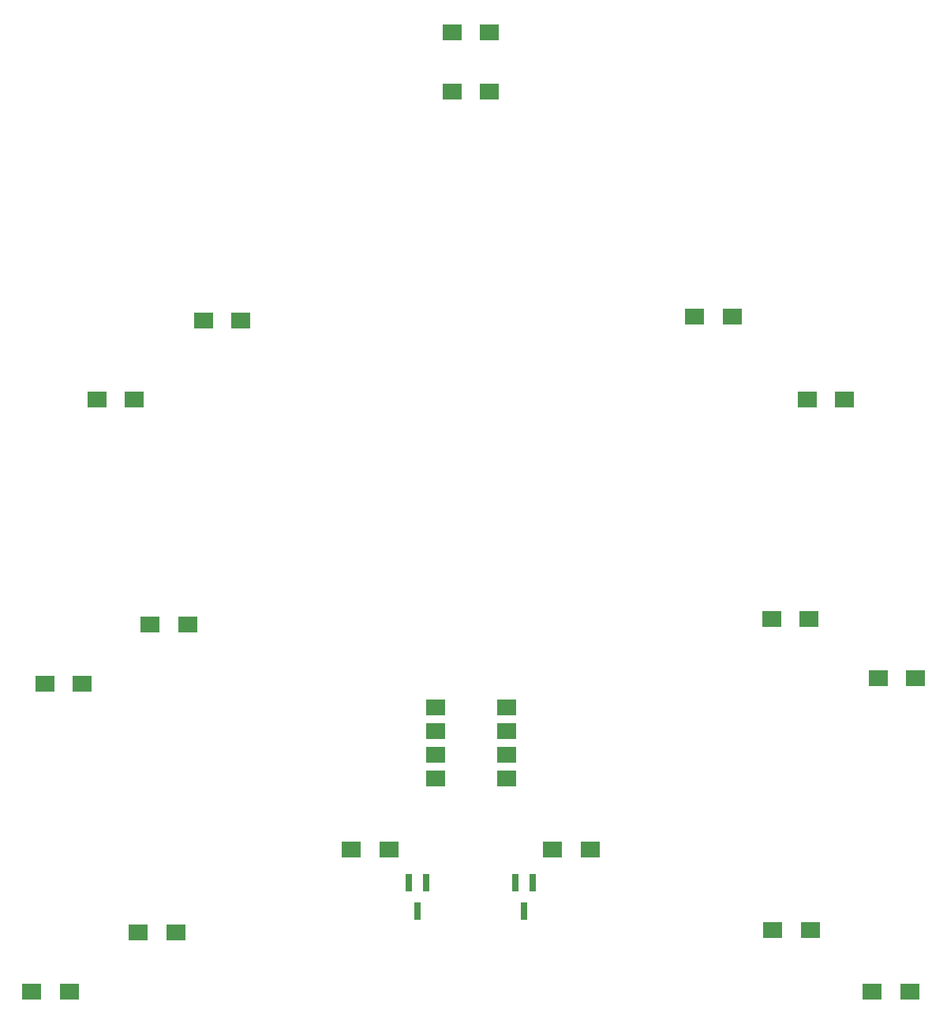
<source format=gbr>
G04 #@! TF.FileFunction,Paste,Top*
%FSLAX46Y46*%
G04 Gerber Fmt 4.6, Leading zero omitted, Abs format (unit mm)*
G04 Created by KiCad (PCBNEW 4.0.6) date Tuesday, November 14, 2017 'PMt' 08:02:21 PM*
%MOMM*%
%LPD*%
G01*
G04 APERTURE LIST*
%ADD10C,0.100000*%
%ADD11R,2.000000X1.700000*%
%ADD12R,2.000000X1.780000*%
%ADD13R,0.800000X1.900000*%
G04 APERTURE END LIST*
D10*
D11*
X48165000Y-128270000D03*
X52165000Y-128270000D03*
X142970000Y-94615000D03*
X138970000Y-94615000D03*
X55150000Y-64770000D03*
X59150000Y-64770000D03*
D12*
X91440000Y-97790000D03*
X99060000Y-105410000D03*
X91440000Y-100330000D03*
X99060000Y-102870000D03*
X91440000Y-102870000D03*
X99060000Y-100330000D03*
X91440000Y-105410000D03*
X99060000Y-97790000D03*
D11*
X142335000Y-128270000D03*
X138335000Y-128270000D03*
X49562000Y-95250000D03*
X53562000Y-95250000D03*
X135350000Y-64770000D03*
X131350000Y-64770000D03*
X59595000Y-121920000D03*
X63595000Y-121920000D03*
X131540000Y-88265000D03*
X127540000Y-88265000D03*
X66580000Y-56261000D03*
X70580000Y-56261000D03*
X131667000Y-121666000D03*
X127667000Y-121666000D03*
X60865000Y-88900000D03*
X64865000Y-88900000D03*
X123285000Y-55880000D03*
X119285000Y-55880000D03*
X93250000Y-31750000D03*
X97250000Y-31750000D03*
X93250000Y-25400000D03*
X97250000Y-25400000D03*
X104045000Y-113030000D03*
X108045000Y-113030000D03*
X82455000Y-113030000D03*
X86455000Y-113030000D03*
D13*
X90485000Y-116610000D03*
X88585000Y-116610000D03*
X89535000Y-119610000D03*
X101915000Y-116610000D03*
X100015000Y-116610000D03*
X100965000Y-119610000D03*
M02*

</source>
